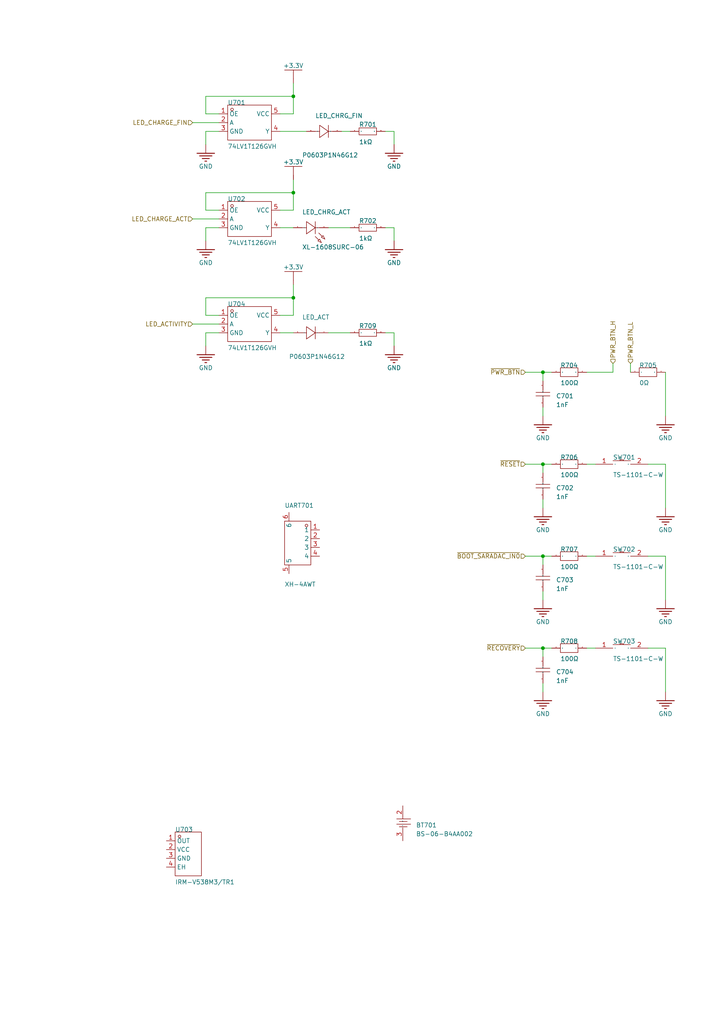
<source format=kicad_sch>
(kicad_sch (version 20250114) (generator "eeschema") (generator_version "9.0")
  (paper "A4" portrait)
  (lib_symbols
    (symbol "mainboard:0603WAF1001T5E"
      (property "Reference" "R" (at 0 0 0))
      (symbol "0603WAF1001T5E_1_0"
        (rectangle (start -2.54 -1.016) (end 2.54 1.016))
        (pin input line (at -5.08 0 0) (length 2.54) (name "1") (number "1"))
        (pin input line (at 5.08 0 180) (length 2.54) (name "2") (number "2"))
      )
    )
    (symbol "mainboard:74LV1T126GVH"
      (property "Reference" "U" (at 0 0 0))
      (symbol "74LV1T126GVH_1_0"
        (rectangle (start -6.35 -5.08) (end 6.35 5.08))
        (circle (center -5.08 3.81) (radius 0.381))
        (pin input line (at -8.89 2.54 0) (length 2.54) (name "OE") (number "1"))
        (pin input line (at -8.89 0 0) (length 2.54) (name "A") (number "2"))
        (pin input line (at -8.89 -2.54 0) (length 2.54) (name "GND") (number "3"))
        (pin input line (at 8.89 2.54 180) (length 2.54) (name "VCC") (number "5"))
        (pin input line (at 8.89 -2.54 180) (length 2.54) (name "Y") (number "4"))
      )
    )
    (symbol "mainboard:BS-06-B4AA002"
      (property "Reference" "BT" (at 0 0 0))
      (symbol "BS-06-B4AA002_1_0"
        (polyline (pts (xy -1.27 2.286) (xy -1.27 -1.778)))
        (polyline (pts (xy -0.508 1.27) (xy -0.508 -1.016)))
        (polyline (pts (xy 0.254 2.286) (xy 0.254 -1.778)))
        (polyline (pts (xy 1.016 1.27) (xy 1.016 -1.016)))
        (pin input line (at -5.08 0 0) (length 3.81) (name "2") (number "2"))
        (pin input line (at 5.08 0 180) (length 3.81) (name "3") (number "3"))
      )
    )
    (symbol "mainboard:CC0603KRX7R9BB102"
      (property "Reference" "C" (at 0 0 0))
      (symbol "CC0603KRX7R9BB102_1_0"
        (polyline (pts (xy -1.27 0) (xy -0.508 0)))
        (polyline (pts (xy -0.508 2.032) (xy -0.508 -2.032)))
        (polyline (pts (xy 0.508 2.032) (xy 0.508 -2.032)))
        (polyline (pts (xy 0.508 0) (xy 1.27 0)))
        (pin input line (at -3.81 0 0) (length 2.54) (name "1") (number "1"))
        (pin input line (at 3.81 0 180) (length 2.54) (name "2") (number "2"))
      )
    )
    (symbol "mainboard:FRC0603F0000TS"
      (property "Reference" "R" (at 0 0 0))
      (symbol "FRC0603F0000TS_1_0"
        (rectangle (start -2.54 -1.27) (end 2.54 1.27))
        (pin unspecified line (at -5.08 0 0) (length 2.54) (name "1") (number "1"))
        (pin unspecified line (at 5.08 0 180) (length 2.54) (name "2") (number "2"))
      )
    )
    (symbol "mainboard:FRC0603J101 TS"
      (property "Reference" "R" (at 0 0 0))
      (symbol "FRC0603J101 TS_1_0"
        (rectangle (start -2.54 -1.27) (end 2.54 1.27))
        (pin unspecified line (at -5.08 0 0) (length 2.54) (name "1") (number "1"))
        (pin unspecified line (at 5.08 0 180) (length 2.54) (name "2") (number "2"))
      )
    )
    (symbol "mainboard:Ground-GND" (power) (pin_numbers (hide yes)) (pin_names (hide yes))
      (property "Value" "GND" (at 0 -6.35 0))
      (symbol "Ground-GND_1_0"
        (polyline (pts (xy -2.54 -2.54) (xy 2.54 -2.54)) (stroke (width 0.254)))
        (polyline (pts (xy -1.778 -3.302) (xy 1.778 -3.302)) (stroke (width 0.254)))
        (polyline (pts (xy -1.016 -4.064) (xy 1.016 -4.064)) (stroke (width 0.254)))
        (polyline (pts (xy -0.254 -4.826) (xy 0.254 -4.826)) (stroke (width 0.254)))
        (pin power_in line (at 0 0 270) (length 2.54) (name "") (number "1"))
      )
    )
    (symbol "mainboard:IRM-V538M3/TR1"
      (property "Reference" "U" (at 0 0 0))
      (symbol "IRM-V538M3/TR1_1_0"
        (rectangle (start -3.81 -6.35) (end 3.81 6.35))
        (circle (center -2.54 5.08) (radius 0.381))
        (pin unspecified line (at -6.35 3.81 0) (length 2.54) (name "OUT") (number "1"))
        (pin unspecified line (at -6.35 1.27 0) (length 2.54) (name "VCC") (number "2"))
        (pin unspecified line (at -6.35 -1.27 0) (length 2.54) (name "GND") (number "3"))
        (pin unspecified line (at -6.35 -3.81 0) (length 2.54) (name "EH") (number "4"))
      )
    )
    (symbol "mainboard:P0603P1N46G12"
      (property "Reference" "U" (at 0 0 0))
      (symbol "P0603P1N46G12_1_0"
        (polyline (pts (xy -1.27 1.778) (xy -1.27 -1.778)))
        (polyline (pts (xy -1.27 0) (xy -2.54 0)))
        (polyline (pts (xy 1.27 1.778) (xy -1.27 0) (xy -1.27 0) (xy 1.27 -1.778) (xy 1.27 -1.778) (xy 1.27 1.778)))
        (polyline (pts (xy 2.54 0) (xy 1.27 0)))
        (pin unspecified line (at -5.08 0 0) (length 2.54) (name "K") (number "1"))
        (pin unspecified line (at 5.08 0 180) (length 2.54) (name "A") (number "2"))
      )
    )
    (symbol "mainboard:Power-5V" (power) (pin_numbers (hide yes)) (pin_names (hide yes))
      (symbol "Power-5V_1_0"
        (polyline (pts (xy -2.54 3.81) (xy 2.54 3.81)))
        (polyline (pts (xy 0 3.81) (xy 0 1.27)))
        (pin power_in line (at 0 0 90) (length 1.27) (name "+3.3V") (number "1"))
      )
    )
    (symbol "mainboard:TS-1101-C-W"
      (property "Reference" "SW" (at 0 0 0))
      (symbol "TS-1101-C-W_1_0"
        (polyline (pts (xy -2.54 1.016) (xy 2.54 1.016)))
        (polyline (pts (xy -0.508 1.016) (xy -0.508 1.27) (xy -0.508 1.27) (xy 0.508 1.27) (xy 0.508 1.27) (xy 0.508 1.016)))
        (pin unspecified line (at -7.62 0 0) (length 5.08) (name "1") (number "1"))
        (pin unspecified line (at 7.62 0 180) (length 5.08) (name "2") (number "2"))
      )
    )
    (symbol "mainboard:XH-4AWT"
      (property "Reference" "CN" (at 0 0 0))
      (symbol "XH-4AWT_1_0"
        (rectangle (start -2.54 -6.35) (end 5.08 6.35))
        (circle (center -1.27 5.08) (radius 0.381))
        (pin unspecified line (at -5.08 3.81 0) (length 2.54) (name "1") (number "1"))
        (pin unspecified line (at -5.08 1.27 0) (length 2.54) (name "2") (number "2"))
        (pin unspecified line (at -5.08 -1.27 0) (length 2.54) (name "3") (number "3"))
        (pin unspecified line (at -5.08 -3.81 0) (length 2.54) (name "4") (number "4"))
        (pin unspecified line (at 3.81 8.89 270) (length 2.54) (name "6") (number "6"))
        (pin unspecified line (at 3.81 -8.89 90) (length 2.54) (name "5") (number "5"))
      )
    )
    (symbol "mainboard:XL-1608SURC-06"
      (property "Reference" "LED" (at 0 0 0))
      (symbol "XL-1608SURC-06_1_0"
        (polyline (pts (xy -4.064 3.302) (xy -3.048 2.794) (xy -3.048 2.794) (xy -3.556 2.286) (xy -3.556 2.286) (xy -4.064 3.302)))
        (polyline (pts (xy -3.048 4.318) (xy -2.032 3.81) (xy -2.032 3.81) (xy -2.54 3.302) (xy -2.54 3.302) (xy -3.048 4.318)))
        (polyline (pts (xy -2.286 1.524) (xy -3.302 2.54)))
        (polyline (pts (xy -1.27 2.54) (xy -2.286 3.556)))
        (polyline (pts (xy -1.27 1.778) (xy -1.27 -1.778)))
        (polyline (pts (xy -1.27 0) (xy -2.54 0)))
        (polyline (pts (xy 1.27 1.778) (xy -1.27 0) (xy -1.27 0) (xy 1.27 -1.778) (xy 1.27 -1.778) (xy 1.27 1.778)))
        (polyline (pts (xy 2.54 0) (xy 1.27 0)))
        (pin unspecified line (at -5.08 0 0) (length 2.54) (name "K") (number "1"))
        (pin unspecified line (at 5.08 0 180) (length 2.54) (name "A") (number "2"))
      )
    )
  )
  (junction (at 157.48 134.62))
  (junction (at 157.48 187.96))
  (junction (at 157.48 107.95))
  (junction (at 157.48 161.29))
  (junction (at 85.09 55.88))
  (junction (at 85.09 27.94))
  (junction (at 85.09 86.36))
  (wire (pts (xy 59.69 96.52) (xy 63.5 96.52)))
  (wire (pts (xy 95.25 66.04) (xy 101.6 66.04)))
  (wire (pts (xy 114.3 100.33) (xy 114.3 96.52)))
  (wire (pts (xy 59.69 41.91) (xy 59.69 38.1)))
  (wire (pts (xy 193.04 173.99) (xy 193.04 161.29)))
  (wire (pts (xy 157.48 134.62) (xy 160.02 134.62)))
  (wire (pts (xy 85.09 27.94) (xy 85.09 24.13)))
  (wire (pts (xy 170.18 187.96) (xy 172.72 187.96)))
  (wire (pts (xy 59.69 33.02) (xy 59.69 27.94)))
  (wire (pts (xy 81.28 38.1) (xy 88.9 38.1)))
  (wire (pts (xy 85.09 91.44) (xy 85.09 86.36)))
  (wire (pts (xy 99.06 38.1) (xy 101.6 38.1)))
  (wire (pts (xy 85.09 55.88) (xy 85.09 52.07)))
  (wire (pts (xy 157.48 187.96) (xy 152.4 187.96)))
  (wire (pts (xy 63.5 91.44) (xy 59.69 91.44)))
  (wire (pts (xy 157.48 200.66) (xy 157.48 198.12)))
  (wire (pts (xy 114.3 66.04) (xy 111.76 66.04)))
  (wire (pts (xy 59.69 27.94) (xy 85.09 27.94)))
  (wire (pts (xy 170.18 134.62) (xy 172.72 134.62)))
  (wire (pts (xy 81.28 96.52) (xy 85.09 96.52)))
  (wire (pts (xy 81.28 33.02) (xy 85.09 33.02)))
  (wire (pts (xy 157.48 161.29) (xy 157.48 163.83)))
  (wire (pts (xy 157.48 187.96) (xy 160.02 187.96)))
  (wire (pts (xy 59.69 55.88) (xy 85.09 55.88)))
  (wire (pts (xy 177.8 105.41) (xy 177.8 107.95)))
  (wire (pts (xy 193.04 147.32) (xy 193.04 134.62)))
  (wire (pts (xy 59.69 86.36) (xy 85.09 86.36)))
  (wire (pts (xy 59.69 69.85) (xy 59.69 66.04)))
  (wire (pts (xy 114.3 41.91) (xy 114.3 38.1)))
  (wire (pts (xy 114.3 96.52) (xy 111.76 96.52)))
  (wire (pts (xy 157.48 173.99) (xy 157.48 171.45)))
  (wire (pts (xy 85.09 33.02) (xy 85.09 27.94)))
  (wire (pts (xy 157.48 134.62) (xy 152.4 134.62)))
  (wire (pts (xy 81.28 60.96) (xy 85.09 60.96)))
  (wire (pts (xy 55.88 93.98) (xy 63.5 93.98)))
  (wire (pts (xy 55.88 35.56) (xy 63.5 35.56)))
  (wire (pts (xy 85.09 86.36) (xy 85.09 82.55)))
  (wire (pts (xy 59.69 100.33) (xy 59.69 96.52)))
  (wire (pts (xy 157.48 187.96) (xy 157.48 190.5)))
  (wire (pts (xy 157.48 147.32) (xy 157.48 144.78)))
  (wire (pts (xy 114.3 69.85) (xy 114.3 66.04)))
  (wire (pts (xy 170.18 107.95) (xy 177.8 107.95)))
  (wire (pts (xy 63.5 60.96) (xy 59.69 60.96)))
  (wire (pts (xy 81.28 91.44) (xy 85.09 91.44)))
  (wire (pts (xy 193.04 161.29) (xy 187.96 161.29)))
  (wire (pts (xy 59.69 38.1) (xy 63.5 38.1)))
  (wire (pts (xy 193.04 107.95) (xy 193.04 120.65)))
  (wire (pts (xy 157.48 118.11) (xy 157.48 120.65)))
  (wire (pts (xy 81.28 66.04) (xy 85.09 66.04)))
  (wire (pts (xy 152.4 107.95) (xy 157.48 107.95)))
  (wire (pts (xy 59.69 60.96) (xy 59.69 55.88)))
  (wire (pts (xy 114.3 38.1) (xy 111.76 38.1)))
  (wire (pts (xy 85.09 60.96) (xy 85.09 55.88)))
  (wire (pts (xy 160.02 107.95) (xy 157.48 107.95)))
  (wire (pts (xy 182.88 105.41) (xy 182.88 107.95)))
  (wire (pts (xy 59.69 66.04) (xy 63.5 66.04)))
  (wire (pts (xy 55.88 63.5) (xy 63.5 63.5)))
  (wire (pts (xy 59.69 91.44) (xy 59.69 86.36)))
  (wire (pts (xy 157.48 110.49) (xy 157.48 107.95)))
  (wire (pts (xy 157.48 161.29) (xy 160.02 161.29)))
  (wire (pts (xy 193.04 187.96) (xy 187.96 187.96)))
  (wire (pts (xy 157.48 134.62) (xy 157.48 137.16)))
  (wire (pts (xy 95.25 96.52) (xy 101.6 96.52)))
  (wire (pts (xy 170.18 161.29) (xy 172.72 161.29)))
  (wire (pts (xy 193.04 200.66) (xy 193.04 187.96)))
  (wire (pts (xy 63.5 33.02) (xy 59.69 33.02)))
  (wire (pts (xy 157.48 161.29) (xy 152.4 161.29)))
  (wire (pts (xy 193.04 134.62) (xy 187.96 134.62)))
  (hierarchical_label "~{BOOT_SARADAC_IN0}" (shape input) (at 152.4 161.29 180))
  (hierarchical_label "~{RESET}" (shape input) (at 152.4 134.62 180))
  (hierarchical_label "PWR_BTN_L" (shape input) (at 182.88 105.41 90))
  (hierarchical_label "LED_ACTIVITY" (shape input) (at 55.88 93.98 180))
  (hierarchical_label "PWR_BTN_H" (shape input) (at 177.8 105.41 90))
  (hierarchical_label "~{RECOVERY}" (shape input) (at 152.4 187.96 180))
  (hierarchical_label "LED_CHARGE_FIN" (shape input) (at 55.88 35.56 180))
  (hierarchical_label "LED_CHARGE_ACT" (shape input) (at 55.88 63.5 180))
  (hierarchical_label "~{PWR_BTN}" (shape input) (at 152.4 107.95 180))
  (symbol (lib_id "mainboard:Ground-GND") (at 193.04 147.32 0) (unit 1)
    (property "Reference" "#PWR0711" (effects (hide yes)))
    (property "Value" "GND" (at 193.04 153.67 0))
    (property "Footprint" "mainboard:" (effects (hide yes)))
  )
  (symbol (lib_id "mainboard:74LV1T126GVH") (at 72.39 93.98 0) (unit 1)
    (property "Reference" "U704" (at 66.04 88.9 0) (effects (justify left bottom)))
    (property "Value" "74LV1T126GVH" (at 66.04 101.6 0) (effects (justify left bottom)))
    (property "Footprint" "mainboard:SOT-23-5_L2.9-W1.5-P0.95-LS2.8-BL" (effects (hide yes)))
    (property "Datasheet" "https://atta.szlcsc.com/upload/public/pdf/source/20200702/C547941_8CB058D502516A5F81353E9A4BAE8C4C.pdf" (effects (hide yes)))
    (property "Description" "Input type:- output type:Tri-State Supply Voltage:1.6V~5.5V Supply Voltage:1.6V~5.5V Number of Elements:1 Number of Bits per Element:1 Sink Current:8mA Source Current:8mA Logic Family:74LV Operating Temperature:-40°C~+125°C Operating Temperature:-40°C~+125°C" (effects (hide yes)))
    (property "Manufacturer Part" "74LV1T126GVH" (effects (hide yes)))
    (property "Manufacturer" "Nexperia(安世)" (effects (hide yes)))
    (property "Supplier Part" "C547940" (effects (hide yes)))
    (property "Supplier" "LCSC" (effects (hide yes)))
    (property "LCSC Part Name" "74LV1T126GVH" (effects (hide yes)))
  )
  (symbol (lib_id "mainboard:Ground-GND") (at 114.3 41.91 0) (unit 1)
    (property "Reference" "#PWR0703" (effects (hide yes)))
    (property "Value" "GND" (at 114.3 48.26 0))
    (property "Footprint" "mainboard:" (effects (hide yes)))
  )
  (symbol (lib_id "mainboard:Power-5V") (at 85.09 24.13 0) (unit 1)
    (property "Reference" "#PWR0701" (effects (hide yes)))
    (property "Value" "+3.3V" (at 85.09 19.05 0))
    (property "Footprint" "mainboard:" (effects (hide yes)))
    (property "Description" "Power-5V" (effects (hide yes)))
  )
  (symbol (lib_id "mainboard:74LV1T126GVH") (at 72.39 63.5 0) (unit 1)
    (property "Reference" "U702" (at 66.04 58.42 0) (effects (justify left bottom)))
    (property "Value" "74LV1T126GVH" (at 66.04 71.12 0) (effects (justify left bottom)))
    (property "Footprint" "mainboard:SOT-23-5_L2.9-W1.5-P0.95-LS2.8-BL" (effects (hide yes)))
    (property "Datasheet" "https://atta.szlcsc.com/upload/public/pdf/source/20200702/C547941_8CB058D502516A5F81353E9A4BAE8C4C.pdf" (effects (hide yes)))
    (property "Description" "Input type:- output type:Tri-State Supply Voltage:1.6V~5.5V Supply Voltage:1.6V~5.5V Number of Elements:1 Number of Bits per Element:1 Sink Current:8mA Source Current:8mA Logic Family:74LV Operating Temperature:-40°C~+125°C Operating Temperature:-40°C~+125°C" (effects (hide yes)))
    (property "Manufacturer Part" "74LV1T126GVH" (effects (hide yes)))
    (property "Manufacturer" "Nexperia(安世)" (effects (hide yes)))
    (property "Supplier Part" "C547940" (effects (hide yes)))
    (property "Supplier" "LCSC" (effects (hide yes)))
    (property "LCSC Part Name" "74LV1T126GVH" (effects (hide yes)))
  )
  (symbol (lib_id "mainboard:Power-5V") (at 85.09 82.55 0) (unit 1)
    (property "Reference" "#PWR0717" (effects (hide yes)))
    (property "Value" "+3.3V" (at 85.09 77.47 0))
    (property "Footprint" "mainboard:" (effects (hide yes)))
    (property "Description" "Power-5V" (effects (hide yes)))
  )
  (symbol (lib_id "mainboard:CC0603KRX7R9BB102") (at 157.48 167.64 90) (unit 1)
    (property "Reference" "C703" (at 161.29 168.91 90) (effects (justify right top)))
    (property "Value" "1nF" (at 161.29 171.45 90) (effects (justify right top)))
    (property "Footprint" "mainboard:C0603" (effects (hide yes)))
    (property "Datasheet" "https://atta.szlcsc.com/upload/public/pdf/source/20180910/C282072_33301C7F631E79921B82A8DAC6BCC5B3.pdf" (effects (hide yes)))
    (property "Description" "Capacitance: Tolerance:±10% Tolerance:±10% Voltage Rated: Temperature Coefficient:" (effects (hide yes)))
    (property "Manufacturer Part" "CC0603KRX7R9BB102" (effects (hide yes)))
    (property "Manufacturer" "YAGEO(国巨)" (effects (hide yes)))
    (property "Supplier Part" "C100040" (effects (hide yes)))
    (property "Supplier" "LCSC" (effects (hide yes)))
    (property "LCSC Part Name" "1nF ±10% 50V" (effects (hide yes)))
  )
  (symbol (lib_id "mainboard:Ground-GND") (at 157.48 120.65 0) (unit 1)
    (property "Reference" "#PWR0708" (effects (hide yes)))
    (property "Value" "GND" (at 157.48 127 0))
    (property "Footprint" "mainboard:" (effects (hide yes)))
  )
  (symbol (lib_id "mainboard:Ground-GND") (at 114.3 100.33 0) (unit 1)
    (property "Reference" "#PWR0718" (effects (hide yes)))
    (property "Value" "GND" (at 114.3 106.68 0))
    (property "Footprint" "mainboard:" (effects (hide yes)))
  )
  (symbol (lib_id "mainboard:CC0603KRX7R9BB102") (at 157.48 140.97 90) (unit 1)
    (property "Reference" "C702" (at 161.29 142.24 90) (effects (justify right top)))
    (property "Value" "1nF" (at 161.29 144.78 90) (effects (justify right top)))
    (property "Footprint" "mainboard:C0603" (effects (hide yes)))
    (property "Datasheet" "https://atta.szlcsc.com/upload/public/pdf/source/20180910/C282072_33301C7F631E79921B82A8DAC6BCC5B3.pdf" (effects (hide yes)))
    (property "Description" "Capacitance: Tolerance:±10% Tolerance:±10% Voltage Rated: Temperature Coefficient:" (effects (hide yes)))
    (property "Manufacturer Part" "CC0603KRX7R9BB102" (effects (hide yes)))
    (property "Manufacturer" "YAGEO(国巨)" (effects (hide yes)))
    (property "Supplier Part" "C100040" (effects (hide yes)))
    (property "Supplier" "LCSC" (effects (hide yes)))
    (property "LCSC Part Name" "1nF ±10% 50V" (effects (hide yes)))
  )
  (symbol (lib_id "mainboard:Ground-GND") (at 193.04 200.66 0) (unit 1)
    (property "Reference" "#PWR0715" (effects (hide yes)))
    (property "Value" "GND" (at 193.04 207.01 0))
    (property "Footprint" "mainboard:" (effects (hide yes)))
  )
  (symbol (lib_id "mainboard:0603WAF1001T5E") (at 106.68 66.04 0) (unit 1)
    (property "Reference" "R702" (at 104.14 64.77 0) (effects (justify left bottom)))
    (property "Value" "1kΩ" (at 104.14 69.85 0) (effects (justify left bottom)))
    (property "Footprint" "mainboard:R0603" (effects (hide yes)))
    (property "Datasheet" "https://atta.szlcsc.com/upload/public/pdf/source/20200306/C422600_1E6D84923E4A46A82E41ADD87F860B5C.pdf" (effects (hide yes)))
    (property "Description" "Type:Thick Film Resistors Resistance:1kΩ Tolerance:±1% Tolerance:±1% Power(Watts): Overload Voltage (Max): Temperature Coefficient:±100ppm/°C Temperature Coefficient:±100ppm/°C Operating Temperature Range:-55°C~+155°C Operating Temperature Range:-55°C~+155°C" (effects (hide yes)))
    (property "Manufacturer Part" "0603WAF1001T5E" (effects (hide yes)))
    (property "Manufacturer" "UNI-ROYAL(厚声)" (effects (hide yes)))
    (property "Supplier Part" "C21190" (effects (hide yes)))
    (property "Supplier" "LCSC" (effects (hide yes)))
    (property "LCSC Part Name" "1kΩ ±1% 100mW 厚膜电阻" (effects (hide yes)))
  )
  (symbol (lib_id "mainboard:P0603P1N46G12") (at 93.98 38.1 180) (unit 1)
    (property "Reference" "LED_CHRG_FIN" (at 91.44 34.29 0) (effects (justify right top)))
    (property "Value" "P0603P1N46G12" (at 87.63 45.72 0) (effects (justify right top)))
    (property "Footprint" "mainboard:D0603-RD" (effects (hide yes)))
    (property "Datasheet" "https://atta.szlcsc.com/upload/public/pdf/source/20220818/F5EDE7735F5C4D4CCE2220EF87B08993.pdf" (effects (hide yes)))
    (property "Description" "Emitted Color:Green" (effects (hide yes)))
    (property "Manufacturer Part" "P0603P1N46G12" (effects (hide yes)))
    (property "Manufacturer" "Silverlight(银月光)" (effects (hide yes)))
    (property "Supplier Part" "C5123548" (effects (hide yes)))
    (property "Supplier" "LCSC" (effects (hide yes)))
    (property "LCSC Part Name" "P0603P1N46G12" (effects (hide yes)))
  )
  (symbol (lib_id "mainboard:Ground-GND") (at 59.69 41.91 0) (unit 1)
    (property "Reference" "#PWR0702" (effects (hide yes)))
    (property "Value" "GND" (at 59.69 48.26 0))
    (property "Footprint" "mainboard:" (effects (hide yes)))
  )
  (symbol (lib_id "mainboard:P0603P1N46G12") (at 90.17 96.52 180) (unit 1)
    (property "Reference" "LED_ACT" (at 87.63 92.71 0) (effects (justify right top)))
    (property "Value" "P0603P1N46G12" (at 83.82 104.14 0) (effects (justify right top)))
    (property "Footprint" "mainboard:D0603-RD" (effects (hide yes)))
    (property "Datasheet" "https://atta.szlcsc.com/upload/public/pdf/source/20220818/F5EDE7735F5C4D4CCE2220EF87B08993.pdf" (effects (hide yes)))
    (property "Description" "Emitted Color:Green" (effects (hide yes)))
    (property "Manufacturer Part" "P0603P1N46G12" (effects (hide yes)))
    (property "Manufacturer" "Silverlight(银月光)" (effects (hide yes)))
    (property "Supplier Part" "C5123548" (effects (hide yes)))
    (property "Supplier" "LCSC" (effects (hide yes)))
    (property "LCSC Part Name" "P0603P1N46G12" (effects (hide yes)))
  )
  (symbol (lib_id "mainboard:TS-1101-C-W") (at 180.34 134.62 0) (unit 1)
    (property "Reference" "SW701" (at 177.8 133.35 0) (effects (justify left bottom)))
    (property "Value" "TS-1101-C-W" (at 177.8 138.43 0) (effects (justify left bottom)))
    (property "Footprint" "mainboard:SW-SMD_L6.0-W3.3-LS8.0" (effects (hide yes)))
    (property "Datasheet" "https://atta.szlcsc.com/upload/public/pdf/source/20200227/C318938_C2E53B1EEDE37D980A33616AC086DE53.pdf" (effects (hide yes)))
    (property "Description" "Circuit:SPST Actuator Style:Rectangle button Operating Force:260gf Mounting Style:Brick nogging Switch Length:6mm Switch Width:3.6mm Switch Height:2.5mm Strike Gundam:不带 Contact Current:50mA Voltage Rating (AC):- Voltage Rating (DC):12V Power Rating:- Ins" (effects (hide yes)))
    (property "Manufacturer Part" "TS-1101-C-W" (effects (hide yes)))
    (property "Manufacturer" "XKB Connectivity(中国星坤)" (effects (hide yes)))
    (property "Supplier Part" "C318938" (effects (hide yes)))
    (property "Supplier" "LCSC" (effects (hide yes)))
    (property "LCSC Part Name" "6*3.6*2.5mm 立贴 轻触开关" (effects (hide yes)))
  )
  (symbol (lib_id "mainboard:TS-1101-C-W") (at 180.34 187.96 0) (unit 1)
    (property "Reference" "SW703" (at 177.8 186.69 0) (effects (justify left bottom)))
    (property "Value" "TS-1101-C-W" (at 177.8 191.77 0) (effects (justify left bottom)))
    (property "Footprint" "mainboard:SW-SMD_L6.0-W3.3-LS8.0" (effects (hide yes)))
    (property "Datasheet" "https://atta.szlcsc.com/upload/public/pdf/source/20200227/C318938_C2E53B1EEDE37D980A33616AC086DE53.pdf" (effects (hide yes)))
    (property "Description" "Circuit:SPST Actuator Style:Rectangle button Operating Force:260gf Mounting Style:Brick nogging Switch Length:6mm Switch Width:3.6mm Switch Height:2.5mm Strike Gundam:不带 Contact Current:50mA Voltage Rating (AC):- Voltage Rating (DC):12V Power Rating:- Ins" (effects (hide yes)))
    (property "Manufacturer Part" "TS-1101-C-W" (effects (hide yes)))
    (property "Manufacturer" "XKB Connectivity(中国星坤)" (effects (hide yes)))
    (property "Supplier Part" "C318938" (effects (hide yes)))
    (property "Supplier" "LCSC" (effects (hide yes)))
    (property "LCSC Part Name" "6*3.6*2.5mm 立贴 轻触开关" (effects (hide yes)))
  )
  (symbol (lib_id "mainboard:0603WAF1001T5E") (at 106.68 96.52 0) (unit 1)
    (property "Reference" "R709" (at 104.14 95.25 0) (effects (justify left bottom)))
    (property "Value" "1kΩ" (at 104.14 100.33 0) (effects (justify left bottom)))
    (property "Footprint" "mainboard:R0603" (effects (hide yes)))
    (property "Datasheet" "https://atta.szlcsc.com/upload/public/pdf/source/20200306/C422600_1E6D84923E4A46A82E41ADD87F860B5C.pdf" (effects (hide yes)))
    (property "Description" "Type:Thick Film Resistors Resistance:1kΩ Tolerance:±1% Tolerance:±1% Power(Watts): Overload Voltage (Max): Temperature Coefficient:±100ppm/°C Temperature Coefficient:±100ppm/°C Operating Temperature Range:-55°C~+155°C Operating Temperature Range:-55°C~+155°C" (effects (hide yes)))
    (property "Manufacturer Part" "0603WAF1001T5E" (effects (hide yes)))
    (property "Manufacturer" "UNI-ROYAL(厚声)" (effects (hide yes)))
    (property "Supplier Part" "C21190" (effects (hide yes)))
    (property "Supplier" "LCSC" (effects (hide yes)))
    (property "LCSC Part Name" "1kΩ ±1% 100mW 厚膜电阻" (effects (hide yes)))
  )
  (symbol (lib_id "mainboard:FRC0603J101 TS") (at 165.1 134.62 0) (unit 1)
    (property "Reference" "R706" (at 162.56 133.35 0) (effects (justify left bottom)))
    (property "Value" "100Ω" (at 162.56 138.43 0) (effects (justify left bottom)))
    (property "Footprint" "mainboard:R0603" (effects (hide yes)))
    (property "Datasheet" "https://atta.szlcsc.com/upload/public/pdf/source/20211221/925EC7D7225764EE0046F22065062C87.pdf" (effects (hide yes)))
    (property "Description" "Type:Thick Film Resistors Resistance: Tolerance:±5% Tolerance:±5% Power(Watts): Overload Voltage (Max): Temperature Coefficient:±100ppm/°C Temperature Coefficient:±100ppm/°C Operating Temperature Range:-55°C~+155°C Operating Temperature Range:-55°C~+155°C" (effects (hide yes)))
    (property "Manufacturer Part" "FRC0603J101 TS" (effects (hide yes)))
    (property "Manufacturer" "FOJAN(富捷)" (effects (hide yes)))
    (property "Supplier Part" "C2907089" (effects (hide yes)))
    (property "Supplier" "LCSC" (effects (hide yes)))
    (property "LCSC Part Name" "100Ω ±5% 100mW 厚膜电阻" (effects (hide yes)))
  )
  (symbol (lib_id "mainboard:Ground-GND") (at 193.04 120.65 0) (unit 1)
    (property "Reference" "#PWR0709" (effects (hide yes)))
    (property "Value" "GND" (at 193.04 127 0))
    (property "Footprint" "mainboard:" (effects (hide yes)))
  )
  (symbol (lib_id "mainboard:Ground-GND") (at 114.3 69.85 0) (unit 1)
    (property "Reference" "#PWR0706" (effects (hide yes)))
    (property "Value" "GND" (at 114.3 76.2 0))
    (property "Footprint" "mainboard:" (effects (hide yes)))
  )
  (symbol (lib_id "mainboard:CC0603KRX7R9BB102") (at 157.48 114.3 90) (unit 1)
    (property "Reference" "C701" (at 161.29 115.57 90) (effects (justify right top)))
    (property "Value" "1nF" (at 161.29 118.11 90) (effects (justify right top)))
    (property "Footprint" "mainboard:C0603" (effects (hide yes)))
    (property "Datasheet" "https://atta.szlcsc.com/upload/public/pdf/source/20180910/C282072_33301C7F631E79921B82A8DAC6BCC5B3.pdf" (effects (hide yes)))
    (property "Description" "Capacitance: Tolerance:±10% Tolerance:±10% Voltage Rated: Temperature Coefficient:" (effects (hide yes)))
    (property "Manufacturer Part" "CC0603KRX7R9BB102" (effects (hide yes)))
    (property "Manufacturer" "YAGEO(国巨)" (effects (hide yes)))
    (property "Supplier Part" "C100040" (effects (hide yes)))
    (property "Supplier" "LCSC" (effects (hide yes)))
    (property "LCSC Part Name" "1nF ±10% 50V" (effects (hide yes)))
  )
  (symbol (lib_id "mainboard:Ground-GND") (at 59.69 100.33 0) (unit 1)
    (property "Reference" "#PWR0716" (effects (hide yes)))
    (property "Value" "GND" (at 59.69 106.68 0))
    (property "Footprint" "mainboard:" (effects (hide yes)))
  )
  (symbol (lib_id "mainboard:Ground-GND") (at 157.48 173.99 0) (unit 1)
    (property "Reference" "#PWR0712" (effects (hide yes)))
    (property "Value" "GND" (at 157.48 180.34 0))
    (property "Footprint" "mainboard:" (effects (hide yes)))
  )
  (symbol (lib_id "mainboard:XL-1608SURC-06") (at 90.17 66.04 180) (unit 1)
    (property "Reference" "LED_CHRG_ACT" (at 87.63 62.23 0) (effects (justify right top)))
    (property "Value" "XL-1608SURC-06" (at 87.63 72.39 0) (effects (justify right top)))
    (property "Footprint" "mainboard:LED0603-RD_RED" (effects (hide yes)))
    (property "Datasheet" "https://atta.szlcsc.com/upload/public/pdf/source/20221102/D860AFDD1CDB02C5A8064103A32707E2.pdf" (effects (hide yes)))
    (property "Description" "Emitted Color:Red Power Dissipation:55mW Forward Current:25mA Dominant Wavelength:617nm~621nm Dominant Wavelength:617nm~621nm Peak Wavelength:623nm Lens Color:无色透明透镜 Color Temperature:- Color Temperature:- Viewing Angle:120° Mounting Sytle:Positive post O" (effects (hide yes)))
    (property "Manufacturer Part" "XL-1608SURC-06" (effects (hide yes)))
    (property "Manufacturer" "XINGLIGHT(成兴光)" (effects (hide yes)))
    (property "Supplier Part" "C965799" (effects (hide yes)))
    (property "Supplier" "LCSC" (effects (hide yes)))
    (property "LCSC Part Name" "XL-1608SURC-06" (effects (hide yes)))
  )
  (symbol (lib_id "mainboard:74LV1T126GVH") (at 72.39 35.56 0) (unit 1)
    (property "Reference" "U701" (at 66.04 30.48 0) (effects (justify left bottom)))
    (property "Value" "74LV1T126GVH" (at 66.04 43.18 0) (effects (justify left bottom)))
    (property "Footprint" "mainboard:SOT-23-5_L2.9-W1.5-P0.95-LS2.8-BL" (effects (hide yes)))
    (property "Datasheet" "https://atta.szlcsc.com/upload/public/pdf/source/20200702/C547941_8CB058D502516A5F81353E9A4BAE8C4C.pdf" (effects (hide yes)))
    (property "Description" "Input type:- output type:Tri-State Supply Voltage:1.6V~5.5V Supply Voltage:1.6V~5.5V Number of Elements:1 Number of Bits per Element:1 Sink Current:8mA Source Current:8mA Logic Family:74LV Operating Temperature:-40°C~+125°C Operating Temperature:-40°C~+125°C" (effects (hide yes)))
    (property "Manufacturer Part" "74LV1T126GVH" (effects (hide yes)))
    (property "Manufacturer" "Nexperia(安世)" (effects (hide yes)))
    (property "Supplier Part" "C547940" (effects (hide yes)))
    (property "Supplier" "LCSC" (effects (hide yes)))
    (property "LCSC Part Name" "74LV1T126GVH" (effects (hide yes)))
  )
  (symbol (lib_id "mainboard:IRM-V538M3/TR1") (at 54.61 247.65 0) (unit 1)
    (property "Reference" "U703" (at 50.8 241.3 0) (effects (justify left bottom)))
    (property "Value" "IRM-V538M3/TR1" (at 50.8 256.54 0) (effects (justify left bottom)))
    (property "Footprint" "mainboard:OPTO-SMD_IRM-V538M3-TR1" (effects (hide yes)))
    (property "Datasheet" "https://atta.szlcsc.com/upload/public/pdf/source/20220830/1BE45B1ED0EF8B18D822D72C9B1CF8E4.pdf" (effects (hide yes)))
    (property "Manufacturer Part" "IRM-V538M3/TR1" (effects (hide yes)))
    (property "Manufacturer" "EVERLIGHT(亿光)" (effects (hide yes)))
    (property "Supplier Part" "C5142164" (effects (hide yes)))
    (property "Supplier" "LCSC" (effects (hide yes)))
    (property "LCSC Part Name" "IRM-V538M3/TR1" (effects (hide yes)))
  )
  (symbol (lib_id "mainboard:Power-5V") (at 85.09 52.07 0) (unit 1)
    (property "Reference" "#PWR0704" (effects (hide yes)))
    (property "Value" "+3.3V" (at 85.09 46.99 0))
    (property "Footprint" "mainboard:" (effects (hide yes)))
    (property "Description" "Power-5V" (effects (hide yes)))
  )
  (symbol (lib_id "mainboard:Ground-GND") (at 59.69 69.85 0) (unit 1)
    (property "Reference" "#PWR0705" (effects (hide yes)))
    (property "Value" "GND" (at 59.69 76.2 0))
    (property "Footprint" "mainboard:" (effects (hide yes)))
  )
  (symbol (lib_id "mainboard:FRC0603J101 TS") (at 165.1 161.29 0) (unit 1)
    (property "Reference" "R707" (at 162.56 160.02 0) (effects (justify left bottom)))
    (property "Value" "100Ω" (at 162.56 165.1 0) (effects (justify left bottom)))
    (property "Footprint" "mainboard:R0603" (effects (hide yes)))
    (property "Datasheet" "https://atta.szlcsc.com/upload/public/pdf/source/20211221/925EC7D7225764EE0046F22065062C87.pdf" (effects (hide yes)))
    (property "Description" "Type:Thick Film Resistors Resistance: Tolerance:±5% Tolerance:±5% Power(Watts): Overload Voltage (Max): Temperature Coefficient:±100ppm/°C Temperature Coefficient:±100ppm/°C Operating Temperature Range:-55°C~+155°C Operating Temperature Range:-55°C~+155°C" (effects (hide yes)))
    (property "Manufacturer Part" "FRC0603J101 TS" (effects (hide yes)))
    (property "Manufacturer" "FOJAN(富捷)" (effects (hide yes)))
    (property "Supplier Part" "C2907089" (effects (hide yes)))
    (property "Supplier" "LCSC" (effects (hide yes)))
    (property "LCSC Part Name" "100Ω ±5% 100mW 厚膜电阻" (effects (hide yes)))
  )
  (symbol (lib_id "mainboard:0603WAF1001T5E") (at 106.68 38.1 0) (unit 1)
    (property "Reference" "R701" (at 104.14 36.83 0) (effects (justify left bottom)))
    (property "Value" "1kΩ" (at 104.14 41.91 0) (effects (justify left bottom)))
    (property "Footprint" "mainboard:R0603" (effects (hide yes)))
    (property "Datasheet" "https://atta.szlcsc.com/upload/public/pdf/source/20200306/C422600_1E6D84923E4A46A82E41ADD87F860B5C.pdf" (effects (hide yes)))
    (property "Description" "Type:Thick Film Resistors Resistance:1kΩ Tolerance:±1% Tolerance:±1% Power(Watts): Overload Voltage (Max): Temperature Coefficient:±100ppm/°C Temperature Coefficient:±100ppm/°C Operating Temperature Range:-55°C~+155°C Operating Temperature Range:-55°C~+155°C" (effects (hide yes)))
    (property "Manufacturer Part" "0603WAF1001T5E" (effects (hide yes)))
    (property "Manufacturer" "UNI-ROYAL(厚声)" (effects (hide yes)))
    (property "Supplier Part" "C21190" (effects (hide yes)))
    (property "Supplier" "LCSC" (effects (hide yes)))
    (property "LCSC Part Name" "1kΩ ±1% 100mW 厚膜电阻" (effects (hide yes)))
  )
  (symbol (lib_id "mainboard:Ground-GND") (at 193.04 173.99 0) (unit 1)
    (property "Reference" "#PWR0713" (effects (hide yes)))
    (property "Value" "GND" (at 193.04 180.34 0))
    (property "Footprint" "mainboard:" (effects (hide yes)))
  )
  (symbol (lib_id "mainboard:CC0603KRX7R9BB102") (at 157.48 194.31 90) (unit 1)
    (property "Reference" "C704" (at 161.29 195.58 90) (effects (justify right top)))
    (property "Value" "1nF" (at 161.29 198.12 90) (effects (justify right top)))
    (property "Footprint" "mainboard:C0603" (effects (hide yes)))
    (property "Datasheet" "https://atta.szlcsc.com/upload/public/pdf/source/20180910/C282072_33301C7F631E79921B82A8DAC6BCC5B3.pdf" (effects (hide yes)))
    (property "Description" "Capacitance: Tolerance:±10% Tolerance:±10% Voltage Rated: Temperature Coefficient:" (effects (hide yes)))
    (property "Manufacturer Part" "CC0603KRX7R9BB102" (effects (hide yes)))
    (property "Manufacturer" "YAGEO(国巨)" (effects (hide yes)))
    (property "Supplier Part" "C100040" (effects (hide yes)))
    (property "Supplier" "LCSC" (effects (hide yes)))
    (property "LCSC Part Name" "1nF ±10% 50V" (effects (hide yes)))
  )
  (symbol (lib_id "mainboard:FRC0603J101 TS") (at 165.1 187.96 0) (unit 1)
    (property "Reference" "R708" (at 162.56 186.69 0) (effects (justify left bottom)))
    (property "Value" "100Ω" (at 162.56 191.77 0) (effects (justify left bottom)))
    (property "Footprint" "mainboard:R0603" (effects (hide yes)))
    (property "Datasheet" "https://atta.szlcsc.com/upload/public/pdf/source/20211221/925EC7D7225764EE0046F22065062C87.pdf" (effects (hide yes)))
    (property "Description" "Type:Thick Film Resistors Resistance: Tolerance:±5% Tolerance:±5% Power(Watts): Overload Voltage (Max): Temperature Coefficient:±100ppm/°C Temperature Coefficient:±100ppm/°C Operating Temperature Range:-55°C~+155°C Operating Temperature Range:-55°C~+155°C" (effects (hide yes)))
    (property "Manufacturer Part" "FRC0603J101 TS" (effects (hide yes)))
    (property "Manufacturer" "FOJAN(富捷)" (effects (hide yes)))
    (property "Supplier Part" "C2907089" (effects (hide yes)))
    (property "Supplier" "LCSC" (effects (hide yes)))
    (property "LCSC Part Name" "100Ω ±5% 100mW 厚膜电阻" (effects (hide yes)))
  )
  (symbol (lib_id "mainboard:XH-4AWT") (at 87.63 157.48 0) (mirror y) (unit 1)
    (property "Reference" "UART701" (at 82.55 147.32 0) (effects (justify right bottom)))
    (property "Value" "XH-4AWT" (at 82.55 170.18 0) (effects (justify right bottom)))
    (property "Footprint" "mainboard:CONN-SMD_4P-P2.50-WAFER-254W-4P" (effects (hide yes)))
    (property "Datasheet" "https://atta.szlcsc.com/upload/public/pdf/source/20240716/0EB160231F10F88F17C5354E5529764F.pdf" (effects (hide yes)))
    (property "Description" "Pins Structure:1x4P Pitch:2.5mm Mounting Style:Horizontal attachment Reference Series:XH Number of Pins:4P Number of Rows:1 Number of PINs Per Row:4 Current Rating (Max):3A Contact Material:Brass Contact Plating:Tin Operating Temperature Range:-25°C~+85°C O" (effects (hide yes)))
    (property "Manufacturer Part" "XH-4AWT" (effects (hide yes)))
    (property "Manufacturer" "FG(富港)" (effects (hide yes)))
    (property "Supplier Part" "C2831798" (effects (hide yes)))
    (property "Supplier" "LCSC" (effects (hide yes)))
    (property "LCSC Part Name" "1x4P 间距:2.5mm 卧贴 系列:XH" (effects (hide yes)))
  )
  (symbol (lib_id "mainboard:BS-06-B4AA002") (at 116.84 238.76 270) (unit 1)
    (property "Reference" "BT701" (at 120.65 240.03 90) (effects (justify left bottom)))
    (property "Value" "BS-06-B4AA002" (at 120.65 242.57 90) (effects (justify left bottom)))
    (property "Footprint" "mainboard:BAT-SMD_BS-06-B4BK006-1" (effects (hide yes)))
    (property "Datasheet" "https://atta.szlcsc.com/upload/public/pdf/source/20201218/C964756_801287CA93BF8BF80FAF4AB66101D13D.pdf" (effects (hide yes)))
    (property "Description" "Connector Type:Battery base Battery Type:CR2032 Operating Temperature Range:-25°C~+85°C Operating Temperature Range:-25°C~+85°C" (effects (hide yes)))
    (property "Manufacturer Part" "BS-06-B4AA002" (effects (hide yes)))
    (property "Manufacturer" "MYOUNG(美阳)" (effects (hide yes)))
    (property "Supplier Part" "C964756" (effects (hide yes)))
    (property "Supplier" "LCSC" (effects (hide yes)))
    (property "LCSC Part Name" "电池底座 适用电池:CR2032 白色" (effects (hide yes)))
  )
  (symbol (lib_id "mainboard:FRC0603F0000TS") (at 187.96 107.95 0) (unit 1)
    (property "Reference" "R705" (at 185.42 106.68 0) (effects (justify left bottom)))
    (property "Value" "0Ω" (at 185.42 111.76 0) (effects (justify left bottom)))
    (property "Footprint" "mainboard:R0603" (effects (hide yes)))
    (property "Datasheet" "https://atta.szlcsc.com/upload/public/pdf/source/20211221/925EC7D7225764EE0046F22065062C87.pdf" (effects (hide yes)))
    (property "Description" "Type:Thick Film Resistors Resistance: Tolerance:±1% Tolerance:±1% Power(Watts): Overload Voltage (Max): Operating Temperature Range:-55°C~+155°C Operating Temperature Range:-55°C~+155°C" (effects (hide yes)))
    (property "Manufacturer Part" "FRC0603F0000TS" (effects (hide yes)))
    (property "Manufacturer" "FOJAN(富捷)" (effects (hide yes)))
    (property "Supplier Part" "C2906974" (effects (hide yes)))
    (property "Supplier" "LCSC" (effects (hide yes)))
    (property "LCSC Part Name" "0Ω ±1% 100mW 厚膜电阻" (effects (hide yes)))
  )
  (symbol (lib_id "mainboard:Ground-GND") (at 157.48 200.66 0) (unit 1)
    (property "Reference" "#PWR0714" (effects (hide yes)))
    (property "Value" "GND" (at 157.48 207.01 0))
    (property "Footprint" "mainboard:" (effects (hide yes)))
  )
  (symbol (lib_id "mainboard:FRC0603J101 TS") (at 165.1 107.95 0) (unit 1)
    (property "Reference" "R704" (at 162.56 106.68 0) (effects (justify left bottom)))
    (property "Value" "100Ω" (at 162.56 111.76 0) (effects (justify left bottom)))
    (property "Footprint" "mainboard:R0603" (effects (hide yes)))
    (property "Datasheet" "https://atta.szlcsc.com/upload/public/pdf/source/20211221/925EC7D7225764EE0046F22065062C87.pdf" (effects (hide yes)))
    (property "Description" "Type:Thick Film Resistors Resistance: Tolerance:±5% Tolerance:±5% Power(Watts): Overload Voltage (Max): Temperature Coefficient:±100ppm/°C Temperature Coefficient:±100ppm/°C Operating Temperature Range:-55°C~+155°C Operating Temperature Range:-55°C~+155°C" (effects (hide yes)))
    (property "Manufacturer Part" "FRC0603J101 TS" (effects (hide yes)))
    (property "Manufacturer" "FOJAN(富捷)" (effects (hide yes)))
    (property "Supplier Part" "C2907089" (effects (hide yes)))
    (property "Supplier" "LCSC" (effects (hide yes)))
    (property "LCSC Part Name" "100Ω ±5% 100mW 厚膜电阻" (effects (hide yes)))
  )
  (symbol (lib_id "mainboard:Ground-GND") (at 157.48 147.32 0) (unit 1)
    (property "Reference" "#PWR0710" (effects (hide yes)))
    (property "Value" "GND" (at 157.48 153.67 0))
    (property "Footprint" "mainboard:" (effects (hide yes)))
  )
  (symbol (lib_id "mainboard:TS-1101-C-W") (at 180.34 161.29 0) (unit 1)
    (property "Reference" "SW702" (at 177.8 160.02 0) (effects (justify left bottom)))
    (property "Value" "TS-1101-C-W" (at 177.8 165.1 0) (effects (justify left bottom)))
    (property "Footprint" "mainboard:SW-SMD_L6.0-W3.3-LS8.0" (effects (hide yes)))
    (property "Datasheet" "https://atta.szlcsc.com/upload/public/pdf/source/20200227/C318938_C2E53B1EEDE37D980A33616AC086DE53.pdf" (effects (hide yes)))
    (property "Description" "Circuit:SPST Actuator Style:Rectangle button Operating Force:260gf Mounting Style:Brick nogging Switch Length:6mm Switch Width:3.6mm Switch Height:2.5mm Strike Gundam:不带 Contact Current:50mA Voltage Rating (AC):- Voltage Rating (DC):12V Power Rating:- Ins" (effects (hide yes)))
    (property "Manufacturer Part" "TS-1101-C-W" (effects (hide yes)))
    (property "Manufacturer" "XKB Connectivity(中国星坤)" (effects (hide yes)))
    (property "Supplier Part" "C318938" (effects (hide yes)))
    (property "Supplier" "LCSC" (effects (hide yes)))
    (property "LCSC Part Name" "6*3.6*2.5mm 立贴 轻触开关" (effects (hide yes)))
  )
)
</source>
